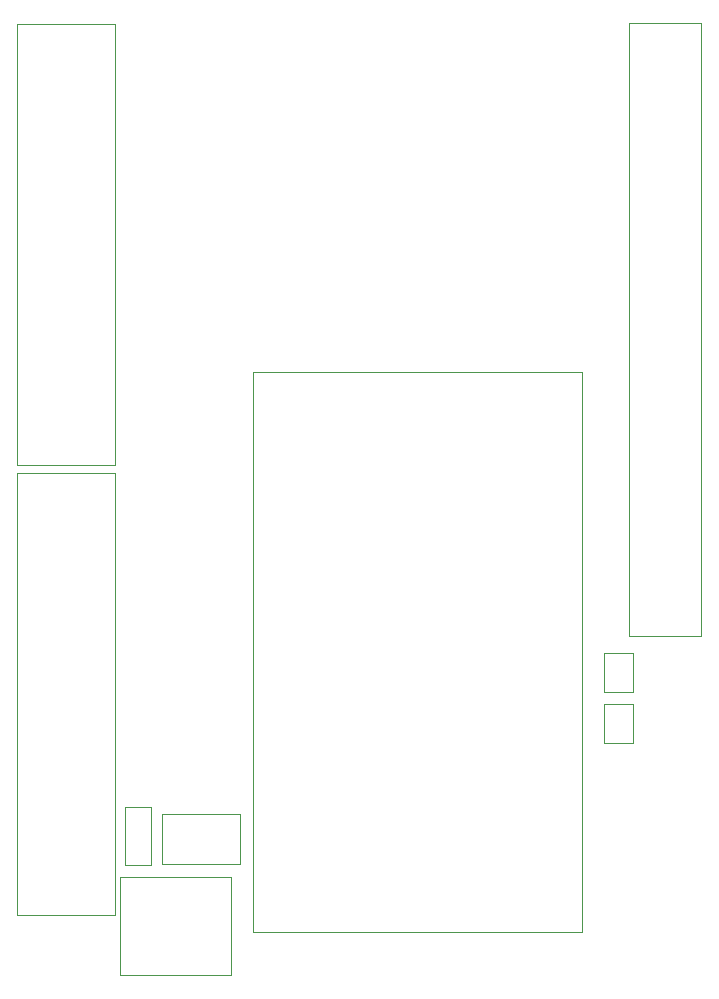
<source format=gbr>
G04 #@! TF.GenerationSoftware,KiCad,Pcbnew,5.1.5+dfsg1-2build2*
G04 #@! TF.CreationDate,2023-05-06T09:23:40+02:00*
G04 #@! TF.ProjectId,digital,64696769-7461-46c2-9e6b-696361645f70,rev?*
G04 #@! TF.SameCoordinates,Original*
G04 #@! TF.FileFunction,Other,User*
%FSLAX46Y46*%
G04 Gerber Fmt 4.6, Leading zero omitted, Abs format (unit mm)*
G04 Created by KiCad (PCBNEW 5.1.5+dfsg1-2build2) date 2023-05-06 09:23:40*
%MOMM*%
%LPD*%
G04 APERTURE LIST*
%ADD10C,0.050000*%
G04 APERTURE END LIST*
D10*
X115461500Y-91253500D02*
X123711500Y-91253500D01*
X123711500Y-91253500D02*
X123711500Y-53853500D01*
X123711500Y-53853500D02*
X115461500Y-53853500D01*
X115461500Y-53853500D02*
X115461500Y-91253500D01*
X135377740Y-130733100D02*
X135377740Y-83313100D01*
X163277740Y-83313100D02*
X163277740Y-130733100D01*
X135377740Y-83313100D02*
X163277740Y-83313100D01*
X163277740Y-130733100D02*
X135377740Y-130733100D01*
X167221760Y-53831080D02*
X167221760Y-105681080D01*
X167221760Y-105681080D02*
X173371760Y-105681080D01*
X173371760Y-105681080D02*
X173371760Y-53831080D01*
X173371760Y-53831080D02*
X167221760Y-53831080D01*
X115461500Y-91878500D02*
X115461500Y-129278500D01*
X123711500Y-91878500D02*
X115461500Y-91878500D01*
X123711500Y-129278500D02*
X123711500Y-91878500D01*
X115461500Y-129278500D02*
X123711500Y-129278500D01*
X133516160Y-134383980D02*
X133516160Y-126133980D01*
X133516160Y-126133980D02*
X124116160Y-126133980D01*
X124116160Y-126133980D02*
X124116160Y-134383980D01*
X124116160Y-134383980D02*
X133516160Y-134383980D01*
X126786500Y-125068500D02*
X124546500Y-125068500D01*
X124546500Y-125068500D02*
X124546500Y-120168500D01*
X124546500Y-120168500D02*
X126786500Y-120168500D01*
X126786500Y-120168500D02*
X126786500Y-125068500D01*
X127720500Y-120752500D02*
X134280500Y-120752500D01*
X127720500Y-124992500D02*
X127720500Y-120752500D01*
X134280500Y-124992500D02*
X127720500Y-124992500D01*
X134280500Y-120752500D02*
X134280500Y-124992500D01*
X165111500Y-110428500D02*
X165111500Y-107128500D01*
X165111500Y-110428500D02*
X167611500Y-110428500D01*
X167611500Y-107128500D02*
X165111500Y-107128500D01*
X167611500Y-107128500D02*
X167611500Y-110428500D01*
X167611500Y-111428500D02*
X167611500Y-114728500D01*
X167611500Y-111428500D02*
X165111500Y-111428500D01*
X165111500Y-114728500D02*
X167611500Y-114728500D01*
X165111500Y-114728500D02*
X165111500Y-111428500D01*
M02*

</source>
